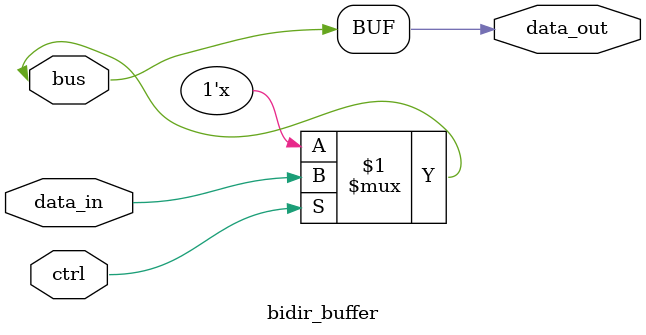
<source format=v>
module bidir_buffer(
    inout wire bus,         // Shared bus line
    input wire data_in,     // Data to be sent to bus
    output wire data_out,   // Data received from bus
    input wire ctrl         // Direction control: 1 = output to bus, 0 = input from bus
);
    assign bus = ctrl ? data_in : 1'bz;
    assign data_out = bus;
endmodule

</source>
